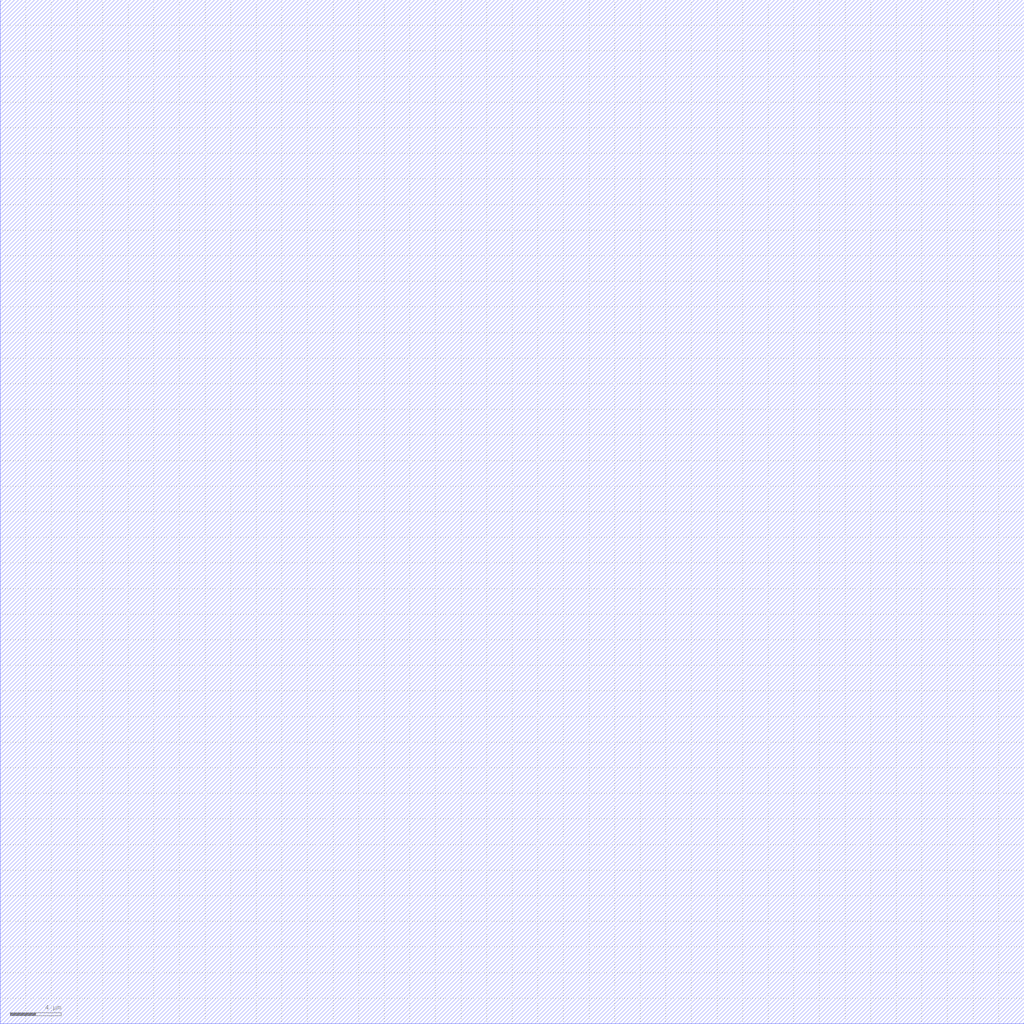
<source format=lef>
VERSION 5.5 ;
NAMESCASESENSITIVE ON ;
BUSBITCHARS "[]" ;
DIVIDERCHAR "/" ;

UNITS
  DATABASE MICRONS 100 ;
END UNITS


SITE core
  SIZE 0.10 BY 2.00 ;
  CLASS CORE ;
END core

LAYER metal1
  TYPE			ROUTING ;
  DIRECTION		HORIZONTAL ;
  PITCH			0.200 ;
  OFFSET		0.000 ;
  WIDTH			0.100 ;
END metal1

LAYER metal2
  TYPE			ROUTING ;
  DIRECTION		VERTICAL ;
  PITCH			0.200 ;
  OFFSET		0.100 ;
  WIDTH			0.1 ;
END metal2

LAYER metal3
  TYPE			ROUTING ;
  DIRECTION		HORIZONTAL ;
  PITCH			0.200 ;
  OFFSET		0.000 ;
  WIDTH			0.1 ;
END metal3

MACRO DFF_X2
  CLASS CORE ;
  ORIGIN 0 0  ;
  SIZE 1.6 BY 2.0 ;

  SITE  core ;
  PIN Q DIRECTION OUTPUT ;
    PORT
			LAYER metal2 ;
      RECT 0.05 0.500 0.15 1.500 ;
    END
  END Q 
  PIN CK DIRECTION INPUT ;
    PORT
			LAYER metal1 ;
      RECT 0.45 0.500 0.55 1.500 ;
    END
  END CK
  PIN D DIRECTION INPUT ;
    PORT
			LAYER metal1 ;
      RECT 1.05 0.500 1.15 1.500 ;
    END
  END D
END DFF_X2 

MACRO INV_X1
  CLASS CORE ;
  ORIGIN 0 0  ;
  SIZE 0.8 BY 2.0 ;

  SITE  core ;
  PIN ZN DIRECTION OUTPUT ;
    PORT
			LAYER metal1 ;
      RECT 0.05 0.500 0.15 1.500 ;
    END
  END ZN
  PIN A DIRECTION INPUT ;
    PORT
			LAYER metal1 ;
      RECT 0.45 0.500 0.55 1.500 ;
    END
  END A
END INV_X1

MACRO INV_X2
  CLASS CORE ;
  ORIGIN 0 0  ;
  SIZE 1.6 BY 2.0 ;

  SITE  core ;
  PIN ZN DIRECTION OUTPUT ;
    PORT
      LAYER metal1 ;
      RECT 0.05 0.500 0.15 1.500 ;
    END
  END ZN
  PIN A DIRECTION INPUT ;
    PORT
      LAYER metal1 ;
      RECT 0.85 0.500 0.95 1.500 ;
    END
  END A
END INV_X2

MACRO INV_X4
  CLASS CORE ;
  ORIGIN 0 0  ;
  SIZE 3.2 BY 2.0 ;

  SITE  core ;
  PIN ZN DIRECTION OUTPUT ;
    PORT
      LAYER metal1 ;
      RECT 0.05 0.500 0.15 1.500 ;
    END
  END ZN
  PIN A DIRECTION INPUT ;
    PORT
      LAYER metal1 ;
      RECT 1.65 0.500 1.75 1.500 ;
    END
  END A
END INV_X4

MACRO INV_X8
  CLASS CORE ;
  ORIGIN 0 0  ;
  SIZE 6.4 BY 2.0 ;

  SITE  core ;
  PIN ZN DIRECTION OUTPUT ;
    PORT
      LAYER metal1 ;
      RECT 0.05 0.500 0.15 1.500 ;
    END
  END ZN
  PIN A DIRECTION INPUT ;
    PORT
      LAYER metal1 ;
      RECT 3.25 0.500 3.35 1.500 ;
    END
  END A
END INV_X8

MACRO INV_X16
  CLASS CORE ;
  ORIGIN 0 0  ;
  SIZE 12.8 BY 2.0 ;

  SITE  core ;
  PIN ZN DIRECTION OUTPUT ;
    PORT
      LAYER metal1 ;
      RECT 0.05 0.500 0.15 1.500 ;
    END
  END ZN
  PIN A DIRECTION INPUT ;
    PORT
      LAYER metal1 ;
      RECT 6.45 0.500 6.55 1.500 ;
    END
  END A
END INV_X16

MACRO INV_X32
  CLASS CORE ;
  ORIGIN 0 0  ;
  SIZE 25.6 BY 2.0 ;

  SITE  core ;
  PIN ZN DIRECTION OUTPUT ;
    PORT
      LAYER metal1 ;
      RECT 0.05 0.500 0.15 1.500 ;
    END
  END ZN 
  PIN A DIRECTION INPUT ;
    PORT
      LAYER metal1 ;
      RECT 12.85 0.500 12.95 1.500 ;
    END
  END A
END INV_X32

MACRO NAND2_X1
  CLASS CORE ;
  ORIGIN 0 0  ;
  SIZE 1.2 BY 2.0 ;

  SITE  core ;
  PIN ZN DIRECTION OUTPUT ;
    PORT
			LAYER metal1 ;
      RECT 0.05 0.500 0.15 1.500 ;
    END
  END ZN 
  PIN A1 DIRECTION INPUT ;
    PORT
			LAYER metal1 ;
      RECT 0.45 0.500 0.55 1.500 ;
    END
  END A1
  PIN A2 DIRECTION INPUT ;
    PORT
			LAYER metal1 ;
      RECT 0.85 0.500 0.95 1.500 ;
    END
  END A2
END NAND2_X1

MACRO NAND2_X2
  CLASS CORE ;
  ORIGIN 0 0  ;
  SIZE 2.4 BY 2.0 ;

  SITE  core ;
  PIN ZN DIRECTION OUTPUT ;
    PORT
      LAYER metal1 ;
      RECT 0.05 0.500 0.15 1.500 ;
    END
  END ZN 
  PIN A1 DIRECTION INPUT ;
    PORT
      LAYER metal1 ;
      RECT 0.85 0.500 0.95 1.500 ;
    END
  END A1
  PIN A2 DIRECTION INPUT ;
    PORT
      LAYER metal1 ;
      RECT 1.65 0.500 1.75 1.500 ;
    END
  END A2
END NAND2_X2

MACRO NAND2_X4
  CLASS CORE ;
  ORIGIN 0 0  ;
  SIZE 4.8 BY 2.0 ;

  SITE  core ;
  PIN ZN DIRECTION OUTPUT ;
    PORT
      LAYER metal1 ;
      RECT 0.05 0.500 0.15 1.500 ;
    END
  END ZN 
  PIN A1 DIRECTION INPUT ;
    PORT
      LAYER metal1 ;
      RECT 1.65 0.500 1.75 1.500 ;
    END
  END A1
  PIN A2 DIRECTION INPUT ;
    PORT
      LAYER metal1 ;
      RECT 3.25 0.500 3.35 1.500 ;
    END
  END A2
END NAND2_X4

MACRO NAND3_X1
  CLASS CORE ;
  ORIGIN 0 0  ;
  SIZE 1.8 BY 2.0 ;

  SITE  core ;
  PIN ZN DIRECTION OUTPUT ;
    PORT
      LAYER metal1 ;
      RECT 0.05 0.500 0.15 1.500 ;
    END
  END ZN
  PIN A1 DIRECTION INPUT ;
    PORT
      LAYER metal1 ;
      RECT 0.45 0.500 0.55 1.500 ;
    END
  END A1
  PIN A2 DIRECTION INPUT ;
    PORT
      LAYER metal1 ;
      RECT 0.85 0.500 0.95 1.500 ;
    END
  END A2
  PIN A3 DIRECTION INPUT ;
    PORT
      LAYER metal1 ;
      RECT 1.25 0.500 1.35 1.500 ;
    END
  END A3
END NAND3_X1

MACRO NAND3_X2
  CLASS CORE ;
  ORIGIN 0 0  ;
  SIZE 3.6 BY 2.0 ;

  SITE  core ;
  PIN ZN DIRECTION OUTPUT ;
    PORT
      LAYER metal1 ;
      RECT 0.05 0.500 0.15 1.500 ;
    END
  END ZN
  PIN A1 DIRECTION INPUT ;
    PORT
      LAYER metal1 ;
      RECT 0.85 0.500 0.95 1.500 ;
    END
  END A1
  PIN A2 DIRECTION INPUT ;
    PORT
      LAYER metal1 ;
      RECT 1.85 0.500 1.95 1.500 ;
    END
  END A2
  PIN A3 DIRECTION INPUT ;
    PORT
      LAYER metal1 ;
      RECT 2.65 0.500 2.75 1.500 ;
    END
  END A3
END NAND3_X2

MACRO NAND3_X4
  CLASS CORE ;
  ORIGIN 0 0  ;
  SIZE 6.6 BY 2.0 ;

  SITE  core ;
  PIN ZN DIRECTION OUTPUT ;
    PORT
      LAYER metal1 ;
      RECT 0.05 0.500 0.15 1.500 ;
    END
  END ZN
  PIN A1 DIRECTION INPUT ;
    PORT
      LAYER metal1 ;
      RECT 1.65 0.500 1.75 1.500 ;
    END
  END A1
  PIN A2 DIRECTION INPUT ;
    PORT
      LAYER metal1 ;
      RECT 3.25 0.500 3.35 1.500 ;
    END
  END A2
  PIN A3 DIRECTION INPUT ;
    PORT
      LAYER metal1 ;
      RECT 4.85 0.500 4.95 1.500 ;
    END
  END A3
END NAND3_X4

MACRO NAND4_X1
  CLASS CORE ;
  ORIGIN 0 0  ;
  SIZE 2.4 BY 2.0 ;

  SITE  core ;
  PIN ZN DIRECTION OUTPUT ;
    PORT
      LAYER metal1 ;
      RECT 0.05 0.500 0.15 1.500 ;
    END
  END ZN
  PIN A1 DIRECTION INPUT ;
    PORT
      LAYER metal1 ;
      RECT 0.45 0.500 0.55 1.500 ;
    END
  END A1
  PIN A2 DIRECTION INPUT ;
    PORT
      LAYER metal1 ;
      RECT 0.85 0.500 0.95 1.500 ;
    END
  END A2
  PIN A3 DIRECTION INPUT ;
    PORT
      LAYER metal1 ;
      RECT 1.45 0.500 1.55 1.500 ;
    END
  END A3
  PIN A4 DIRECTION INPUT ;
    PORT
      LAYER metal1 ;
      RECT 1.85 0.500 1.95 1.500 ;
    END
  END A4
END NAND4_X1

MACRO NAND4_X2
  CLASS CORE ;
  ORIGIN 0 0  ;
  SIZE 4.0 BY 2.0 ;

  SITE  core ;
  PIN ZN DIRECTION OUTPUT ;
    PORT
      LAYER metal1 ;
      RECT 0.05 0.500 0.15 1.500 ;
    END
  END ZN
  PIN A1 DIRECTION INPUT ;
    PORT
      LAYER metal1 ;
      RECT 0.85 0.500 0.95 1.500 ;
    END
  END A1
  PIN A2 DIRECTION INPUT ;
    PORT
      LAYER metal1 ;
      RECT 1.65 0.500 1.75 1.500 ;
    END
  END A2
  PIN A3 DIRECTION INPUT ;
    PORT
      LAYER metal1 ;
      RECT 2.45 0.500 2.55 1.500 ;
    END
  END A3
  PIN A4 DIRECTION INPUT ;
    PORT
      LAYER metal1 ;
      RECT 3.25 0.500 3.35 1.500 ;
    END
  END A4
END NAND4_X2

MACRO NAND4_X4
  CLASS CORE ;
  ORIGIN 0 0  ;
  SIZE 8.0 BY 2.0 ;

  SITE  core ;
  PIN ZN DIRECTION OUTPUT ;
    PORT
      LAYER metal1 ;
      RECT 0.05 0.500 0.15 1.500 ;
    END
  END ZN
  PIN A1 DIRECTION INPUT ;
    PORT
      LAYER metal1 ;
      RECT 1.65 0.500 1.75 1.500 ;
    END
  END A1
  PIN A2 DIRECTION INPUT ;
    PORT
      LAYER metal1 ;
      RECT 3.25 0.500 3.35 1.500 ;
    END
  END A2
  PIN A3 DIRECTION INPUT ;
    PORT
      LAYER metal1 ;
      RECT 4.85 0.500 4.95 1.500 ;
    END
  END A3
  PIN A4 DIRECTION INPUT ;
    PORT
      LAYER metal1 ;
      RECT 6.45 0.500 6.55 1.500 ;
    END
  END A4
END NAND4_X4

MACRO NOR2_X1
  CLASS CORE ;
  ORIGIN 0 0  ;
  SIZE 1.2 BY 2.0 ;

  SITE  core ;
  PIN ZN DIRECTION OUTPUT ;
    PORT
			LAYER metal1 ;
      RECT 0.05 0.500 0.15 1.500 ;
    END
  END ZN 
  PIN A1 DIRECTION INPUT ;
    PORT
			LAYER metal1 ;
      RECT 0.45 0.500 0.55 1.500 ;
    END
  END A1
  PIN A2 DIRECTION INPUT ;
    PORT
			LAYER metal1 ;
      RECT 0.85 0.500 0.95 1.500 ;
    END
  END A2
END NOR2_X1

MACRO NOR2_X2
  CLASS CORE ;
  ORIGIN 0 0  ;
  SIZE 2.4 BY 2.0 ;

  SITE  core ;
  PIN ZN DIRECTION OUTPUT ;
    PORT
      LAYER metal1 ;
      RECT 0.05 0.500 0.15 1.500 ;
    END
  END ZN 
  PIN A1 DIRECTION INPUT ;
    PORT
      LAYER metal1 ;
      RECT 0.85 0.500 0.95 1.500 ;
    END
  END A1
  PIN A2 DIRECTION INPUT ;
    PORT
      LAYER metal1 ;
      RECT 1.65 0.500 1.75 1.500 ;
    END
  END A2
END NOR2_X2

MACRO NOR2_X4
  CLASS CORE ;
  ORIGIN 0 0  ;
  SIZE 4.8 BY 2.0 ;

  SITE  core ;
  PIN ZN DIRECTION OUTPUT ;
    PORT
      LAYER metal1 ;
      RECT 0.05 0.500 0.15 1.500 ;
    END
  END ZN 
  PIN A1 DIRECTION INPUT ;
    PORT
      LAYER metal1 ;
      RECT 1.65 0.500 1.75 1.500 ;
    END
  END A1
  PIN A2 DIRECTION INPUT ;
    PORT
      LAYER metal1 ;
      RECT 3.25 0.500 3.35 1.500 ;
    END
  END A2
END NOR2_X4

MACRO NOR3_X1
  CLASS CORE ;
  ORIGIN 0 0  ;
  SIZE 1.8 BY 2.0 ;

  SITE  core ;
  PIN ZN DIRECTION OUTPUT ;
    PORT
      LAYER metal1 ;
      RECT 0.05 0.500 0.15 1.500 ;
    END
  END ZN
  PIN A1 DIRECTION INPUT ;
    PORT
      LAYER metal1 ;
      RECT 0.45 0.500 0.55 1.500 ;
    END
  END A1
  PIN A2 DIRECTION INPUT ;
    PORT
      LAYER metal1 ;
      RECT 0.85 0.500 0.95 1.500 ;
    END
  END A2
  PIN A3 DIRECTION INPUT ;
    PORT
      LAYER metal1 ;
      RECT 1.25 0.500 1.35 1.500 ;
    END
  END A3
END NOR3_X1

MACRO NOR3_X2
  CLASS CORE ;
  ORIGIN 0 0  ;
  SIZE 3.6 BY 2.0 ;

  SITE  core ;
  PIN ZN DIRECTION OUTPUT ;
    PORT
      LAYER metal1 ;
      RECT 0.05 0.500 0.15 1.500 ;
    END
  END ZN
  PIN A1 DIRECTION INPUT ;
    PORT
      LAYER metal1 ;
      RECT 0.85 0.500 0.95 1.500 ;
    END
  END A1
  PIN A2 DIRECTION INPUT ;
    PORT
      LAYER metal1 ;
      RECT 1.85 0.500 1.95 1.500 ;
    END
  END A2
  PIN A3 DIRECTION INPUT ;
    PORT
      LAYER metal1 ;
      RECT 2.65 0.500 2.75 1.500 ;
    END
  END A3
END NOR3_X2

MACRO NOR3_X4
  CLASS CORE ;
  ORIGIN 0 0  ;
  SIZE 6.6 BY 2.0 ;

  SITE  core ;
  PIN ZN DIRECTION OUTPUT ;
    PORT
      LAYER metal1 ;
      RECT 0.05 0.500 0.15 1.500 ;
    END
  END ZN
  PIN A1 DIRECTION INPUT ;
    PORT
      LAYER metal1 ;
      RECT 1.65 0.500 1.75 1.500 ;
    END
  END A1
  PIN A2 DIRECTION INPUT ;
    PORT
      LAYER metal1 ;
      RECT 3.25 0.500 3.35 1.500 ;
    END
  END A2
  PIN A3 DIRECTION INPUT ;
    PORT
      LAYER metal1 ;
      RECT 4.85 0.500 4.95 1.500 ;
    END
  END A3
END NOR3_X4

MACRO NOR4_X1
  CLASS CORE ;
  ORIGIN 0 0  ;
  SIZE 2.4 BY 2.0 ;

  SITE  core ;
  PIN ZN DIRECTION OUTPUT ;
    PORT
      LAYER metal1 ;
      RECT 0.05 0.500 0.15 1.500 ;
    END
  END ZN
  PIN A1 DIRECTION INPUT ;
    PORT
      LAYER metal1 ;
      RECT 0.45 0.500 0.55 1.500 ;
    END
  END A1
  PIN A2 DIRECTION INPUT ;
    PORT
      LAYER metal1 ;
      RECT 0.85 0.500 0.95 1.500 ;
    END
  END A2
  PIN A3 DIRECTION INPUT ;
    PORT
      LAYER metal1 ;
      RECT 1.45 0.500 1.55 1.500 ;
    END
  END A3
  PIN A4 DIRECTION INPUT ;
    PORT
      LAYER metal1 ;
      RECT 1.85 0.500 1.95 1.500 ;
    END
  END A4
END NOR4_X1

MACRO NOR4_X2
  CLASS CORE ;
  ORIGIN 0 0  ;
  SIZE 4.0 BY 2.0 ;

  SITE  core ;
  PIN ZN DIRECTION OUTPUT ;
    PORT
      LAYER metal1 ;
      RECT 0.05 0.500 0.15 1.500 ;
    END
  END ZN
  PIN A1 DIRECTION INPUT ;
    PORT
      LAYER metal1 ;
      RECT 0.85 0.500 0.95 1.500 ;
    END
  END A1
  PIN A2 DIRECTION INPUT ;
    PORT
      LAYER metal1 ;
      RECT 1.65 0.500 1.75 1.500 ;
    END
  END A2
  PIN A3 DIRECTION INPUT ;
    PORT
      LAYER metal1 ;
      RECT 2.45 0.500 2.55 1.500 ;
    END
  END A3
  PIN A4 DIRECTION INPUT ;
    PORT
      LAYER metal1 ;
      RECT 3.25 0.500 3.35 1.500 ;
    END
  END A4
END NOR4_X2

MACRO NOR4_X4
  CLASS CORE ;
  ORIGIN 0 0  ;
  SIZE 8.0 BY 2.0 ;

  SITE  core ;
  PIN ZN DIRECTION OUTPUT ;
    PORT
      LAYER metal1 ;
      RECT 0.05 0.500 0.15 1.500 ;
    END
  END ZN
  PIN A1 DIRECTION INPUT ;
    PORT
      LAYER metal1 ;
      RECT 1.65 0.500 1.75 1.500 ;
    END
  END A1
  PIN A2 DIRECTION INPUT ;
    PORT
      LAYER metal1 ;
      RECT 3.25 0.500 3.35 1.500 ;
    END
  END A2
  PIN A3 DIRECTION INPUT ;
    PORT
      LAYER metal1 ;
      RECT 4.85 0.500 4.95 1.500 ;
    END
  END A3
  PIN A4 DIRECTION INPUT ;
    PORT
      LAYER metal1 ;
      RECT 6.45 0.500 6.55 1.500 ;
    END
  END A4
END NOR4_X4

MACRO AOI21_X1
  CLASS CORE ;
  ORIGIN 0 0  ;
  SIZE 2.4 BY 2.0 ;

  SITE  core ;
  PIN ZN DIRECTION OUTPUT ;
    PORT
      LAYER metal1 ;
      RECT 0.05 0.500 0.15 1.500 ;
    END
  END ZN
  PIN A DIRECTION INPUT ;
    PORT
      LAYER metal1 ;
      RECT 0.65 0.500 0.75 1.500 ;
    END
  END A
  PIN B1 DIRECTION INPUT ;
    PORT
      LAYER metal1 ;
      RECT 1.25 0.500 1.35 1.500 ;
    END
  END B1
  PIN B2 DIRECTION INPUT ;
    PORT
      LAYER metal1 ;
      RECT 1.85 0.500 1.95 1.500 ;
    END
  END B2
END AOI21_X1

MACRO AOI21_X2
  CLASS CORE ;
  ORIGIN 0 0  ;
  SIZE 4.8 BY 2.0 ;

  SITE  core ;
  PIN ZN DIRECTION OUTPUT ;
    PORT
      LAYER metal1 ;
      RECT 0.05 0.500 0.15 1.500 ;
    END
  END ZN
  PIN A DIRECTION INPUT ;
    PORT
      LAYER metal1 ;
      RECT 1.25 0.500 1.35 1.500 ;
    END
  END A
  PIN B1 DIRECTION INPUT ;
    PORT
      LAYER metal1 ;
      RECT 2.45 0.500 2.55 1.500 ;
    END
  END B1
  PIN B2 DIRECTION INPUT ;
    PORT
      LAYER metal1 ;
      RECT 3.65 0.500 3.75 1.500 ;
    END
  END B2
END AOI21_X2

MACRO AOI21_X4
  CLASS CORE ;
  ORIGIN 0 0  ;
  SIZE 9.6 BY 2.0 ;

  SITE  core ;
  PIN ZN DIRECTION OUTPUT ;
    PORT
      LAYER metal1 ;
      RECT 0.05 0.500 0.15 1.500 ;
    END
  END ZN
  PIN A DIRECTION INPUT ;
    PORT
      LAYER metal1 ;
      RECT 2.45 0.500 2.55 1.500 ;
    END
  END A
  PIN B1 DIRECTION INPUT ;
    PORT
      LAYER metal1 ;
      RECT 4.85 0.500 4.95 1.500 ;
    END
  END B1
  PIN B2 DIRECTION INPUT ;
    PORT
      LAYER metal1 ;
      RECT 7.25 0.500 7.35 1.500 ;
    END
  END B2
END AOI21_X4

MACRO OAI21_X1
  CLASS CORE ;
  ORIGIN 0 0  ;
  SIZE 2.4 BY 2.0 ;

  SITE  core ;
  PIN ZN DIRECTION OUTPUT ;
    PORT
      LAYER metal1 ;
      RECT 0.05 0.500 0.15 1.500 ;
    END
  END ZN
  PIN A DIRECTION INPUT ;
    PORT
      LAYER metal1 ;
      RECT 0.65 0.500 0.75 1.500 ;
    END
  END A
  PIN B1 DIRECTION INPUT ;
    PORT
      LAYER metal1 ;
      RECT 1.25 0.500 1.35 1.500 ;
    END
  END B1
  PIN B2 DIRECTION INPUT ;
    PORT
      LAYER metal1 ;
      RECT 1.85 0.500 1.95 1.500 ;
    END
  END B2
END OAI21_X1

MACRO OAI21_X2
  CLASS CORE ;
  ORIGIN 0 0  ;
  SIZE 4.8 BY 2.0 ;

  SITE  core ;
  PIN ZN DIRECTION OUTPUT ;
    PORT
      LAYER metal1 ;
      RECT 0.05 0.500 0.15 1.500 ;
    END
  END ZN
  PIN A DIRECTION INPUT ;
    PORT
      LAYER metal1 ;
      RECT 1.25 0.500 1.35 1.500 ;
    END
  END A
  PIN B1 DIRECTION INPUT ;
    PORT
      LAYER metal1 ;
      RECT 2.45 0.500 2.55 1.500 ;
    END
  END B1
  PIN B2 DIRECTION INPUT ;
    PORT
      LAYER metal1 ;
      RECT 3.65 0.500 3.75 1.500 ;
    END
  END B2
END OAI21_X2

MACRO OAI21_X4
  CLASS CORE ;
  ORIGIN 0 0  ;
  SIZE 9.6 BY 2.0 ;

  SITE  core ;
  PIN ZN DIRECTION OUTPUT ;
    PORT
      LAYER metal1 ;
      RECT 0.05 0.500 0.15 1.500 ;
    END
  END ZN
  PIN A DIRECTION INPUT ;
    PORT
      LAYER metal1 ;
      RECT 2.45 0.500 2.55 1.500 ;
    END
  END A
  PIN B1 DIRECTION INPUT ;
    PORT
      LAYER metal1 ;
      RECT 4.85 0.500 4.95 1.500 ;
    END
  END B1
  PIN B2 DIRECTION INPUT ;
    PORT
      LAYER metal1 ;
      RECT 7.25 0.500 7.35 1.500 ;
    END
  END B2
END OAI21_X4

MACRO AOI22_X1
  CLASS CORE ;
  ORIGIN 0 0  ;
  SIZE 3.2 BY 2.0 ;

  SITE  core ;
  PIN ZN DIRECTION OUTPUT ;
    PORT
      LAYER metal1 ;
      RECT 0.05 0.500 0.15 1.500 ;
    END
  END ZN
  PIN A1 DIRECTION INPUT ;
    PORT
      LAYER metal1 ;
      RECT 0.65 0.500 0.75 1.500 ;
    END
  END A1
  PIN A2 DIRECTION INPUT ;
    PORT
      LAYER metal1 ;
      RECT 1.25 0.500 1.35 1.500 ;
    END
  END A2
  PIN B1 DIRECTION INPUT ;
    PORT
      LAYER metal1 ;
      RECT 1.85 0.500 1.95 1.500 ;
    END
  END B1
  PIN B2 DIRECTION INPUT ;
    PORT
      LAYER metal1 ;
      RECT 2.45 0.500 2.55 1.500 ;
    END
  END B2
END AOI22_X1

MACRO AOI22_X2
  CLASS CORE ;
  ORIGIN 0 0  ;
  SIZE 6.4 BY 2.0 ;

  SITE  core ;
  PIN ZN DIRECTION OUTPUT ;
    PORT
      LAYER metal1 ;
      RECT 0.05 0.500 0.15 1.500 ;
    END
  END ZN
  PIN A1 DIRECTION INPUT ;
    PORT
      LAYER metal1 ;
      RECT 1.25 0.500 1.35 1.500 ;
    END
  END A1
  PIN A2 DIRECTION INPUT ;
    PORT
      LAYER metal1 ;
      RECT 2.45 0.500 2.55 1.500 ;
    END
  END A2
  PIN B1 DIRECTION INPUT ;
    PORT
      LAYER metal1 ;
      RECT 3.85 0.500 3.95 1.500 ;
    END
  END B1
  PIN B2 DIRECTION INPUT ;
    PORT
      LAYER metal1 ;
      RECT 5.05 0.500 5.15 1.500 ;
    END
  END B2
END AOI22_X2

MACRO AOI22_X4
  CLASS CORE ;
  ORIGIN 0 0  ;
  SIZE 12.8 BY 2.0 ;

  SITE  core ;
  PIN ZN DIRECTION OUTPUT ;
    PORT
      LAYER metal1 ;
      RECT 0.05 0.500 0.15 1.500 ;
    END
  END ZN
  PIN A1 DIRECTION INPUT ;
    PORT
      LAYER metal1 ;
      RECT 2.45 0.500 2.55 1.500 ;
    END
  END A1
  PIN A2 DIRECTION INPUT ;
    PORT
      LAYER metal1 ;
      RECT 5.05 0.500 5.15 1.500 ;
    END
  END A2
  PIN B1 DIRECTION INPUT ;
    PORT
      LAYER metal1 ;
      RECT 7.65 0.500 7.75 1.500 ;
    END
  END B1
  PIN B2 DIRECTION INPUT ;
    PORT
      LAYER metal1 ;
      RECT 10.25 0.500 10.35 1.500 ;
    END
  END B2
END AOI22_X4

MACRO OAI22_X1
  CLASS CORE ;
  ORIGIN 0 0  ;
  SIZE 3.2 BY 2.0 ;

  SITE  core ;
  PIN ZN DIRECTION OUTPUT ;
    PORT
      LAYER metal1 ;
      RECT 0.05 0.500 0.15 1.500 ;
    END
  END ZN
  PIN A1 DIRECTION INPUT ;
    PORT
      LAYER metal1 ;
      RECT 0.65 0.500 0.75 1.500 ;
    END
  END A1
  PIN A2 DIRECTION INPUT ;
    PORT
      LAYER metal1 ;
      RECT 1.25 0.500 1.35 1.500 ;
    END
  END A2
  PIN B1 DIRECTION INPUT ;
    PORT
      LAYER metal1 ;
      RECT 1.85 0.500 1.95 1.500 ;
    END
  END B1
  PIN B2 DIRECTION INPUT ;
    PORT
      LAYER metal1 ;
      RECT 2.45 0.500 2.55 1.500 ;
    END
  END B2
END OAI22_X1

MACRO OAI22_X2
  CLASS CORE ;
  ORIGIN 0 0  ;
  SIZE 6.4 BY 2.0 ;

  SITE  core ;
  PIN ZN DIRECTION OUTPUT ;
    PORT
      LAYER metal1 ;
      RECT 0.05 0.500 0.15 1.500 ;
    END
  END ZN
  PIN A1 DIRECTION INPUT ;
    PORT
      LAYER metal1 ;
      RECT 1.25 0.500 1.35 1.500 ;
    END
  END A1
  PIN A2 DIRECTION INPUT ;
    PORT
      LAYER metal1 ;
      RECT 2.45 0.500 2.55 1.500 ;
    END
  END A2
  PIN B1 DIRECTION INPUT ;
    PORT
      LAYER metal1 ;
      RECT 3.85 0.500 3.95 1.500 ;
    END
  END B1
  PIN B2 DIRECTION INPUT ;
    PORT
      LAYER metal1 ;
      RECT 5.05 0.500 5.15 1.500 ;
    END
  END B2
END OAI22_X2

MACRO OAI22_X4
  CLASS CORE ;
  ORIGIN 0 0  ;
  SIZE 12.8 BY 2.0 ;

  SITE  core ;
  PIN ZN DIRECTION OUTPUT ;
    PORT
      LAYER metal1 ;
      RECT 0.05 0.500 0.15 1.500 ;
    END
  END ZN
  PIN A1 DIRECTION INPUT ;
    PORT
      LAYER metal1 ;
      RECT 2.45 0.500 2.55 1.500 ;
    END
  END A1
  PIN A2 DIRECTION INPUT ;
    PORT
      LAYER metal1 ;
      RECT 5.05 0.500 5.15 1.500 ;
    END
  END A2
  PIN B1 DIRECTION INPUT ;
    PORT
      LAYER metal1 ;
      RECT 7.65 0.500 7.75 1.500 ;
    END
  END B1
  PIN B2 DIRECTION INPUT ;
    PORT
      LAYER metal1 ;
      RECT 10.25 0.500 10.35 1.500 ;
    END
  END B2
END OAI22_X4

MACRO BLK_TYPE1
  CLASS BLOCK ;
	SIZE 80.00 BY 80.00 ;
	ORIGIN 0 0 ;
	SITE core ;
END BLK_TYPE1

END LIBRARY

</source>
